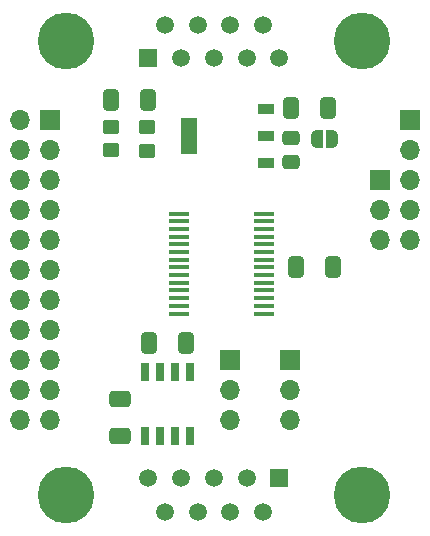
<source format=gts>
G04 #@! TF.GenerationSoftware,KiCad,Pcbnew,7.0.10-7.0.10~ubuntu23.10.1*
G04 #@! TF.CreationDate,2024-03-11T19:26:56+01:00*
G04 #@! TF.ProjectId,peripherialModule,70657269-7068-4657-9269-616c4d6f6475,rev?*
G04 #@! TF.SameCoordinates,Original*
G04 #@! TF.FileFunction,Soldermask,Top*
G04 #@! TF.FilePolarity,Negative*
%FSLAX46Y46*%
G04 Gerber Fmt 4.6, Leading zero omitted, Abs format (unit mm)*
G04 Created by KiCad (PCBNEW 7.0.10-7.0.10~ubuntu23.10.1) date 2024-03-11 19:26:56*
%MOMM*%
%LPD*%
G01*
G04 APERTURE LIST*
G04 Aperture macros list*
%AMRoundRect*
0 Rectangle with rounded corners*
0 $1 Rounding radius*
0 $2 $3 $4 $5 $6 $7 $8 $9 X,Y pos of 4 corners*
0 Add a 4 corners polygon primitive as box body*
4,1,4,$2,$3,$4,$5,$6,$7,$8,$9,$2,$3,0*
0 Add four circle primitives for the rounded corners*
1,1,$1+$1,$2,$3*
1,1,$1+$1,$4,$5*
1,1,$1+$1,$6,$7*
1,1,$1+$1,$8,$9*
0 Add four rect primitives between the rounded corners*
20,1,$1+$1,$2,$3,$4,$5,0*
20,1,$1+$1,$4,$5,$6,$7,0*
20,1,$1+$1,$6,$7,$8,$9,0*
20,1,$1+$1,$8,$9,$2,$3,0*%
%AMFreePoly0*
4,1,19,0.500000,-0.750000,0.000000,-0.750000,0.000000,-0.744911,-0.071157,-0.744911,-0.207708,-0.704816,-0.327430,-0.627875,-0.420627,-0.520320,-0.479746,-0.390866,-0.500000,-0.250000,-0.500000,0.250000,-0.479746,0.390866,-0.420627,0.520320,-0.327430,0.627875,-0.207708,0.704816,-0.071157,0.744911,0.000000,0.744911,0.000000,0.750000,0.500000,0.750000,0.500000,-0.750000,0.500000,-0.750000,
$1*%
%AMFreePoly1*
4,1,19,0.000000,0.744911,0.071157,0.744911,0.207708,0.704816,0.327430,0.627875,0.420627,0.520320,0.479746,0.390866,0.500000,0.250000,0.500000,-0.250000,0.479746,-0.390866,0.420627,-0.520320,0.327430,-0.627875,0.207708,-0.704816,0.071157,-0.744911,0.000000,-0.744911,0.000000,-0.750000,-0.500000,-0.750000,-0.500000,0.750000,0.000000,0.750000,0.000000,0.744911,0.000000,0.744911,
$1*%
G04 Aperture macros list end*
%ADD10R,1.473200X0.889000*%
%ADD11R,1.473200X3.149600*%
%ADD12R,1.700000X1.700000*%
%ADD13O,1.700000X1.700000*%
%ADD14R,1.500000X1.500000*%
%ADD15C,1.500000*%
%ADD16C,4.800000*%
%ADD17RoundRect,0.250000X-0.412500X-0.650000X0.412500X-0.650000X0.412500X0.650000X-0.412500X0.650000X0*%
%ADD18R,0.650000X1.500000*%
%ADD19RoundRect,0.250000X-0.450000X0.350000X-0.450000X-0.350000X0.450000X-0.350000X0.450000X0.350000X0*%
%ADD20R,1.750000X0.450000*%
%ADD21RoundRect,0.250000X0.650000X-0.412500X0.650000X0.412500X-0.650000X0.412500X-0.650000X-0.412500X0*%
%ADD22RoundRect,0.250000X-0.475000X0.337500X-0.475000X-0.337500X0.475000X-0.337500X0.475000X0.337500X0*%
%ADD23FreePoly0,0.000000*%
%ADD24FreePoly1,0.000000*%
G04 APERTURE END LIST*
D10*
X221449900Y-73674000D03*
X221449900Y-71374000D03*
X221449900Y-69074000D03*
D11*
X214922100Y-71374000D03*
D12*
X203200000Y-70000000D03*
D13*
X200660000Y-70000000D03*
X203200000Y-72540000D03*
X200660000Y-72540000D03*
X203200000Y-75080000D03*
X200660000Y-75080000D03*
X203200000Y-77620000D03*
X200660000Y-77620000D03*
X203200000Y-80160000D03*
X200660000Y-80160000D03*
X203200000Y-82700000D03*
X200660000Y-82700000D03*
X203200000Y-85240000D03*
X200660000Y-85240000D03*
X203200000Y-87780000D03*
X200660000Y-87780000D03*
X203200000Y-90320000D03*
X200660000Y-90320000D03*
X203200000Y-92860000D03*
X200660000Y-92860000D03*
X203200000Y-95400000D03*
X200660000Y-95400000D03*
D14*
X211509000Y-64770000D03*
D15*
X214281000Y-64770000D03*
X217054000Y-64770000D03*
X219826000Y-64770000D03*
X222599000Y-64770000D03*
X212895000Y-61930000D03*
X215668000Y-61930000D03*
X218440000Y-61930000D03*
X221213000Y-61930000D03*
D16*
X204559000Y-63350000D03*
X229549000Y-63350000D03*
D17*
X211543500Y-88900000D03*
X214668500Y-88900000D03*
D18*
X215011000Y-91362750D03*
X213741000Y-91362750D03*
X212471000Y-91362750D03*
X211201000Y-91362750D03*
X211201000Y-96762750D03*
X212471000Y-96762750D03*
X213741000Y-96762750D03*
X215011000Y-96762750D03*
D19*
X211429600Y-70628000D03*
X211429600Y-72628000D03*
D14*
X222599000Y-100330000D03*
D15*
X219827000Y-100330000D03*
X217054000Y-100330000D03*
X214282000Y-100330000D03*
X211509000Y-100330000D03*
X221213000Y-103170000D03*
X218440000Y-103170000D03*
X215668000Y-103170000D03*
X212895000Y-103170000D03*
D16*
X229549000Y-101750000D03*
X204559000Y-101750000D03*
D20*
X214078000Y-77944000D03*
X214078000Y-78594000D03*
X214078000Y-79244000D03*
X214078000Y-79894000D03*
X214078000Y-80544000D03*
X214078000Y-81194000D03*
X214078000Y-81844000D03*
X214078000Y-82494000D03*
X214078000Y-83144000D03*
X214078000Y-83794000D03*
X214078000Y-84444000D03*
X214078000Y-85094000D03*
X214078000Y-85744000D03*
X214078000Y-86394000D03*
X221278000Y-86394000D03*
X221278000Y-85744000D03*
X221278000Y-85094000D03*
X221278000Y-84444000D03*
X221278000Y-83794000D03*
X221278000Y-83144000D03*
X221278000Y-82494000D03*
X221278000Y-81844000D03*
X221278000Y-81194000D03*
X221278000Y-80544000D03*
X221278000Y-79894000D03*
X221278000Y-79244000D03*
X221278000Y-78594000D03*
X221278000Y-77944000D03*
D17*
X223989500Y-82423000D03*
X227114500Y-82423000D03*
X208330400Y-68340000D03*
X211455400Y-68340000D03*
X223570400Y-68975000D03*
X226695400Y-68975000D03*
D21*
X209080500Y-96768250D03*
X209080500Y-93643250D03*
D12*
X233680000Y-70000000D03*
D13*
X233680000Y-72540000D03*
X233680000Y-75080000D03*
X233680000Y-77620000D03*
X233680000Y-80160000D03*
D22*
X223608900Y-71493500D03*
X223608900Y-73568500D03*
D12*
X218440000Y-90297000D03*
D13*
X218440000Y-92837000D03*
X218440000Y-95377000D03*
D12*
X223520000Y-90297000D03*
D13*
X223520000Y-92837000D03*
X223520000Y-95377000D03*
D19*
X208330800Y-70577200D03*
X208330800Y-72577200D03*
D12*
X231140000Y-75080000D03*
D13*
X231140000Y-77620000D03*
X231140000Y-80160000D03*
D23*
X225752900Y-71642000D03*
D24*
X227052900Y-71642000D03*
M02*

</source>
